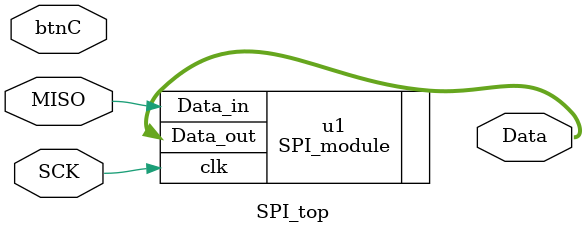
<source format=v>
`timescale 1ns / 1ps

module SPI_top(
    input btnC,
    input MISO,
//    input SS,
    input SCK,
//    output clk_read,
    output [15:0] Data
//    output clk_div1
//    input board_clk
    );

    // This doesn't really serve any purpose.  I don't know why it is here.
    // It literally just instantiates another module.

    SPI_module u1 (
        .clk(SCK),
        .Data_in(MISO),
        .Data_out(Data)
    );
    
endmodule

</source>
